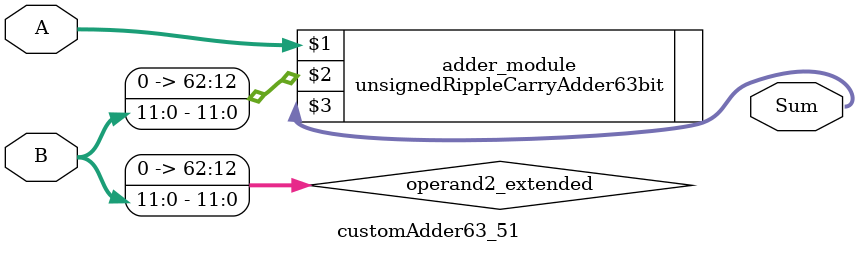
<source format=v>
module customAdder63_51(
                        input [62 : 0] A,
                        input [11 : 0] B,
                        
                        output [63 : 0] Sum
                );

        wire [62 : 0] operand2_extended;
        
        assign operand2_extended =  {51'b0, B};
        
        unsignedRippleCarryAdder63bit adder_module(
            A,
            operand2_extended,
            Sum
        );
        
        endmodule
        
</source>
